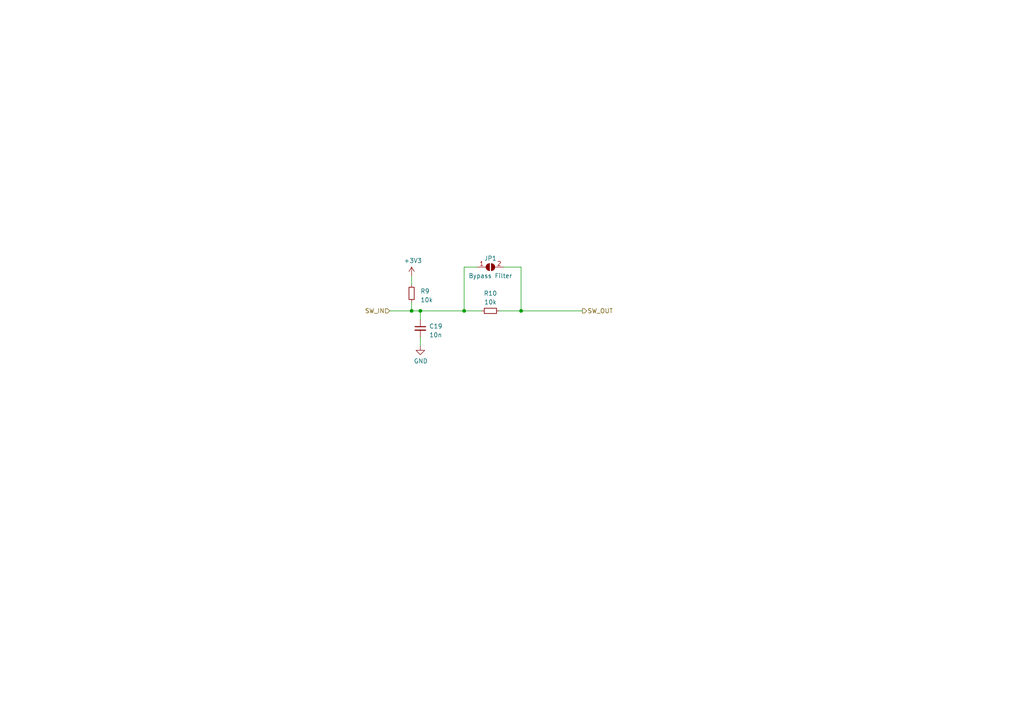
<source format=kicad_sch>
(kicad_sch (version 20230121) (generator eeschema)
  (paper "A4")
  (lib_symbols
    (symbol "Device:C_Small" (pin_numbers hide) (pin_names (offset 0.254) hide)
      (property "Reference" "C" (at 0.254 1.778 0))
      (property "Value" "C_Small" (at 0.254 -2.032 0))
      (symbol "C_Small_0_1"
        (polyline (pts (xy -1.524 -0.508) (xy 1.524 -0.508)) (stroke (width 0.3302)))
        (polyline (pts (xy -1.524 0.508) (xy 1.524 0.508)) (stroke (width 0.3048)))
      )
      (symbol "C_Small_1_1"
        (pin passive line (at 0 2.54 270) (length 2.032) (name "~") (number "1"))
        (pin passive line (at 0 -2.54 90) (length 2.032) (name "~") (number "2"))
      )
    )
    (symbol "Device:R_Small" (pin_numbers hide) (pin_names (offset 0.254) hide)
      (property "Reference" "R" (at 0.762 0.508 0))
      (property "Value" "R_Small" (at 0.762 -1.016 0))
      (symbol "R_Small_0_1"
        (rectangle (start -0.762 1.778) (end 0.762 -1.778) (stroke (width 0.2032)))
      )
      (symbol "R_Small_1_1"
        (pin passive line (at 0 2.54 270) (length 0.762) (name "~") (number "1"))
        (pin passive line (at 0 -2.54 90) (length 0.762) (name "~") (number "2"))
      )
    )
    (symbol "Jumper:SolderJumper_2_Open" (pin_names (offset 0) hide)
      (property "Reference" "JP" (at 0 2.032 0))
      (property "Value" "SolderJumper_2_Open" (at 0 -2.54 0))
      (symbol "SolderJumper_2_Open_0_1"
        (arc (start -0.254 1.016) (mid -1.2656 0) (end -0.254 -1.016))
        (arc (start -0.254 1.016) (mid -1.2656 0) (end -0.254 -1.016) (fill (type outline)))
        (polyline (pts (xy -0.254 1.016) (xy -0.254 -1.016)))
        (polyline (pts (xy 0.254 1.016) (xy 0.254 -1.016)))
        (arc (start 0.254 -1.016) (mid 1.2656 0) (end 0.254 1.016))
        (arc (start 0.254 -1.016) (mid 1.2656 0) (end 0.254 1.016) (fill (type outline)))
      )
      (symbol "SolderJumper_2_Open_1_1"
        (pin passive line (at -3.81 0 0) (length 2.54) (name "A") (number "1"))
        (pin passive line (at 3.81 0 180) (length 2.54) (name "B") (number "2"))
      )
    )
    (symbol "power:+3V3" (power) (pin_names (offset 0))
      (property "Value" "+3V3" (at 0 3.556 0))
      (symbol "+3V3_0_1"
        (polyline (pts (xy -0.762 1.27) (xy 0 2.54)))
        (polyline (pts (xy 0 0) (xy 0 2.54)))
        (polyline (pts (xy 0 2.54) (xy 0.762 1.27)))
      )
      (symbol "+3V3_1_1"
        (pin power_in line (at 0 0 90) (length 0) hide (name "+3V3") (number "1"))
      )
    )
    (symbol "power:GND" (power) (pin_names (offset 0))
      (property "Value" "GND" (at 0 -3.81 0))
      (symbol "GND_0_1"
        (polyline (pts (xy 0 0) (xy 0 -1.27) (xy 1.27 -1.27) (xy 0 -2.54) (xy -1.27 -1.27) (xy 0 -1.27)))
      )
      (symbol "GND_1_1"
        (pin power_in line (at 0 0 270) (length 0) hide (name "GND") (number "1"))
      )
    )
  )
  (junction (at 121.92 90.17))
  (junction (at 151.13 90.17))
  (junction (at 134.62 90.17))
  (junction (at 119.38 90.17))
  (wire (pts (xy 121.92 90.17) (xy 121.92 92.71)))
  (wire (pts (xy 121.92 100.33) (xy 121.92 97.79)))
  (wire (pts (xy 119.38 80.01) (xy 119.38 82.55)))
  (wire (pts (xy 146.05 77.47) (xy 151.13 77.47)))
  (wire (pts (xy 151.13 77.47) (xy 151.13 90.17)))
  (wire (pts (xy 134.62 90.17) (xy 139.7 90.17)))
  (wire (pts (xy 138.43 77.47) (xy 134.62 77.47)))
  (wire (pts (xy 121.92 90.17) (xy 134.62 90.17)))
  (wire (pts (xy 119.38 90.17) (xy 121.92 90.17)))
  (wire (pts (xy 134.62 77.47) (xy 134.62 90.17)))
  (wire (pts (xy 151.13 90.17) (xy 168.91 90.17)))
  (wire (pts (xy 113.03 90.17) (xy 119.38 90.17)))
  (wire (pts (xy 144.78 90.17) (xy 151.13 90.17)))
  (wire (pts (xy 119.38 87.63) (xy 119.38 90.17)))
  (hierarchical_label "SW_IN" (shape input) (at 113.03 90.17 180))
  (hierarchical_label "SW_OUT" (shape output) (at 168.91 90.17 0))
  (symbol (lib_id "power:GND") (at 121.92 100.33 0) (unit 1)
    (property "Reference" "#PWR017" (effects hide))
    (property "Value" "GND" (at 122.047 104.7242 0))
    (instances (project "Reflow Oven" (path "" (reference "#PWR017") (unit 1)) (path "" (reference "#PWR012") (unit 1)) (path "" (reference "#PWR024") (unit 1)) (path "" (reference "#PWR030") (unit 1))) (project "USB-PD" (path "" (reference "#PWR?") (unit 1)) (path "" (reference "#PWR039") (unit 1))))
  )
  (symbol (lib_id "Jumper:SolderJumper_2_Open") (at 142.24 77.47 0) (unit 1)
    (property "Reference" "JP1" (at 142.24 74.93 0))
    (property "Value" "Bypass Filter" (at 142.24 80.01 0))
    (instances (project "Reflow Oven" (path "" (reference "JP1") (unit 1)) (path "" (reference "JP3") (unit 1)) (path "" (reference "JP4") (unit 1))))
  )
  (symbol (lib_id "Device:C_Small") (at 121.92 95.25 0) (unit 1)
    (property "Reference" "C19" (at 124.46 94.6213 0) (effects (justify left)))
    (property "Value" "10n" (at 124.46 97.1613 0) (effects (justify left)))
    (instances (project "Reflow Oven" (path "" (reference "C19") (unit 1)) (path "" (reference "C20") (unit 1))))
  )
  (symbol (lib_id "Device:R_Small") (at 119.38 85.09 0) (unit 1)
    (property "Reference" "R9" (at 121.92 84.455 0) (effects (justify left)))
    (property "Value" "10k" (at 121.92 86.995 0) (effects (justify left)))
    (instances (project "Reflow Oven" (path "" (reference "R9") (unit 1)) (path "" (reference "R10") (unit 1))))
  )
  (symbol (lib_id "power:+3V3") (at 119.38 80.01 0) (unit 1)
    (property "Reference" "#PWR018" (effects hide))
    (property "Value" "+3V3" (at 119.761 75.6158 0))
    (instances (project "Reflow Oven" (path "" (reference "#PWR018") (unit 1)) (path "" (reference "#PWR013") (unit 1)) (path "" (reference "#PWR023") (unit 1)) (path "" (reference "#PWR029") (unit 1))) (project "USB-PD" (path "" (reference "#PWR?") (unit 1)) (path "" (reference "#PWR040") (unit 1))))
  )
  (symbol (lib_id "Device:R_Small") (at 142.24 90.17 270) (unit 1)
    (property "Reference" "R10" (at 142.24 85.09 90))
    (property "Value" "10k" (at 142.24 87.63 90))
    (instances (project "Reflow Oven" (path "" (reference "R10") (unit 1)) (path "" (reference "R11") (unit 1))))
  )
)
</source>
